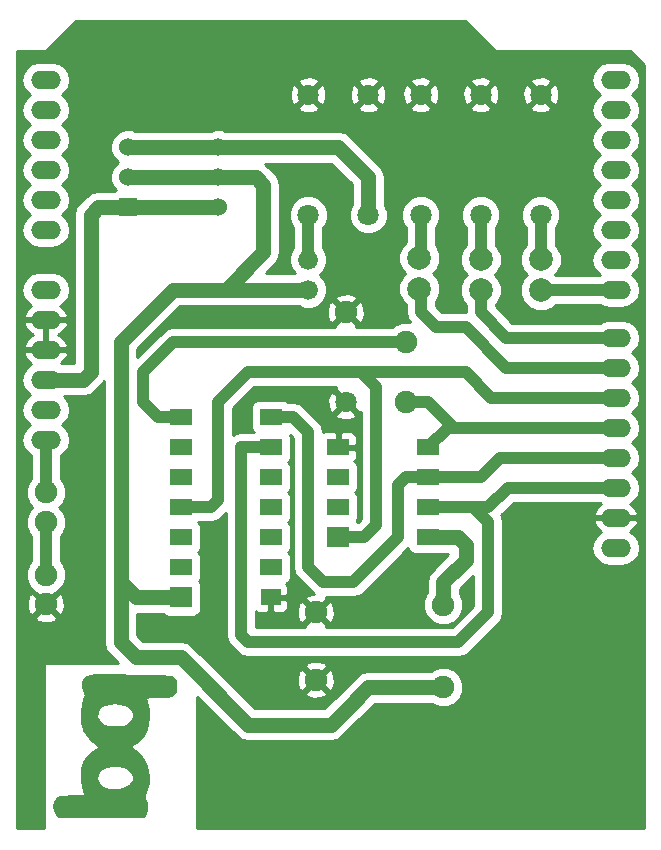
<source format=gtl>
G04 (created by PCBNEW (2013-jul-07)-stable) date Thu 19 Feb 2015 10:19:30 CET*
%MOIN*%
G04 Gerber Fmt 3.4, Leading zero omitted, Abs format*
%FSLAX34Y34*%
G01*
G70*
G90*
G04 APERTURE LIST*
%ADD10C,0.00590551*%
%ADD11C,0.0001*%
%ADD12C,0.066*%
%ADD13C,0.0748031*%
%ADD14R,0.0748031X0.0708661*%
%ADD15R,0.0748031X0.0551181*%
%ADD16R,0.0669291X0.0551181*%
%ADD17C,0.0708661*%
%ADD18R,0.06X0.06*%
%ADD19C,0.06*%
%ADD20C,0.0787402*%
%ADD21O,0.1X0.06*%
%ADD22C,0.04*%
%ADD23C,0.05*%
%ADD24C,0.01*%
G04 APERTURE END LIST*
G54D10*
G54D11*
G36*
X63286Y-44067D02*
X63518Y-44069D01*
X63805Y-44073D01*
X64099Y-44077D01*
X64456Y-44082D01*
X64752Y-44087D01*
X64993Y-44093D01*
X65184Y-44102D01*
X65332Y-44114D01*
X65442Y-44131D01*
X65519Y-44154D01*
X65570Y-44185D01*
X65601Y-44226D01*
X65616Y-44276D01*
X65622Y-44339D01*
X65624Y-44415D01*
X65625Y-44437D01*
X65624Y-44558D01*
X65613Y-44658D01*
X65598Y-44709D01*
X65541Y-44775D01*
X65456Y-44821D01*
X65331Y-44850D01*
X65158Y-44864D01*
X65002Y-44867D01*
X64854Y-44869D01*
X64735Y-44875D01*
X64657Y-44883D01*
X64634Y-44892D01*
X64643Y-44936D01*
X64666Y-45021D01*
X64679Y-45066D01*
X63557Y-45066D01*
X63382Y-45082D01*
X63224Y-45129D01*
X63097Y-45208D01*
X63066Y-45241D01*
X63009Y-45356D01*
X63006Y-45484D01*
X63053Y-45607D01*
X63143Y-45709D01*
X63223Y-45755D01*
X63342Y-45785D01*
X63498Y-45799D01*
X63665Y-45796D01*
X63817Y-45777D01*
X63921Y-45746D01*
X64034Y-45672D01*
X64121Y-45579D01*
X64164Y-45485D01*
X64167Y-45461D01*
X64152Y-45387D01*
X64116Y-45298D01*
X64115Y-45296D01*
X64028Y-45196D01*
X63896Y-45123D01*
X63734Y-45080D01*
X63557Y-45066D01*
X64679Y-45066D01*
X64684Y-45080D01*
X64725Y-45292D01*
X64732Y-45528D01*
X64707Y-45758D01*
X64663Y-45920D01*
X64567Y-46110D01*
X64436Y-46278D01*
X64286Y-46403D01*
X64239Y-46431D01*
X64123Y-46490D01*
X64272Y-46592D01*
X64436Y-46738D01*
X64569Y-46932D01*
X64653Y-47117D01*
X64660Y-47147D01*
X63472Y-47147D01*
X63303Y-47181D01*
X63165Y-47247D01*
X63065Y-47337D01*
X63009Y-47446D01*
X63003Y-47566D01*
X63056Y-47691D01*
X63086Y-47730D01*
X63207Y-47826D01*
X63365Y-47884D01*
X63544Y-47904D01*
X63727Y-47888D01*
X63896Y-47835D01*
X64034Y-47745D01*
X64064Y-47715D01*
X64144Y-47597D01*
X64161Y-47489D01*
X64117Y-47381D01*
X64097Y-47354D01*
X63995Y-47256D01*
X63862Y-47191D01*
X63681Y-47153D01*
X63665Y-47151D01*
X63472Y-47147D01*
X64660Y-47147D01*
X64699Y-47296D01*
X64717Y-47505D01*
X64709Y-47720D01*
X64674Y-47914D01*
X64640Y-48012D01*
X64599Y-48110D01*
X64587Y-48171D01*
X64600Y-48218D01*
X64617Y-48244D01*
X64656Y-48344D01*
X64669Y-48477D01*
X64658Y-48617D01*
X64623Y-48736D01*
X64598Y-48779D01*
X64529Y-48867D01*
X63101Y-48867D01*
X61673Y-48867D01*
X61586Y-48764D01*
X61519Y-48639D01*
X61495Y-48489D01*
X61513Y-48341D01*
X61575Y-48216D01*
X61581Y-48210D01*
X61616Y-48172D01*
X61652Y-48146D01*
X61702Y-48129D01*
X61778Y-48118D01*
X61894Y-48112D01*
X62062Y-48107D01*
X62095Y-48106D01*
X62529Y-48095D01*
X62476Y-47956D01*
X62443Y-47824D01*
X62424Y-47638D01*
X62420Y-47500D01*
X62421Y-47340D01*
X62430Y-47225D01*
X62450Y-47132D01*
X62486Y-47040D01*
X62504Y-47000D01*
X62623Y-46804D01*
X62770Y-46643D01*
X62914Y-46543D01*
X62980Y-46506D01*
X62991Y-46482D01*
X62954Y-46456D01*
X62950Y-46454D01*
X62828Y-46364D01*
X62701Y-46236D01*
X62586Y-46090D01*
X62501Y-45948D01*
X62480Y-45897D01*
X62438Y-45719D01*
X62418Y-45511D01*
X62419Y-45297D01*
X62442Y-45098D01*
X62487Y-44937D01*
X62493Y-44922D01*
X62534Y-44824D01*
X62547Y-44763D01*
X62533Y-44716D01*
X62516Y-44689D01*
X62485Y-44605D01*
X62469Y-44485D01*
X62471Y-44359D01*
X62491Y-44255D01*
X62501Y-44232D01*
X62554Y-44173D01*
X62635Y-44116D01*
X62643Y-44112D01*
X62675Y-44098D01*
X62716Y-44087D01*
X62773Y-44078D01*
X62852Y-44072D01*
X62959Y-44068D01*
X63102Y-44067D01*
X63286Y-44067D01*
X63286Y-44067D01*
X63286Y-44067D01*
G37*
G54D12*
X70000Y-31250D03*
X70000Y-30250D03*
G54D13*
X73250Y-35000D03*
X74500Y-41750D03*
X74500Y-44500D03*
X70250Y-44250D03*
G54D14*
X65750Y-41500D03*
G54D15*
X65750Y-40500D03*
X65750Y-39500D03*
X65750Y-38500D03*
X65750Y-37500D03*
X65750Y-36500D03*
X65750Y-35500D03*
X68750Y-35500D03*
X68750Y-36500D03*
X68750Y-37500D03*
X68750Y-38500D03*
X68750Y-39500D03*
X68750Y-40500D03*
G54D16*
X68750Y-41500D03*
G54D17*
X71250Y-35000D03*
G54D13*
X71250Y-32000D03*
X61250Y-40750D03*
X61250Y-41734D03*
X61250Y-39000D03*
X61250Y-38000D03*
G54D14*
X71000Y-39500D03*
G54D15*
X71000Y-38500D03*
X71000Y-37500D03*
X71000Y-36500D03*
X74000Y-36500D03*
X74000Y-37500D03*
X74000Y-38500D03*
X74000Y-39500D03*
G54D17*
X77750Y-24750D03*
X77750Y-28750D03*
X75750Y-24750D03*
X75750Y-28750D03*
X73750Y-24750D03*
X73750Y-28750D03*
G54D13*
X70250Y-42000D03*
X73250Y-33000D03*
G54D18*
X64000Y-28500D03*
G54D19*
X64000Y-27500D03*
X64000Y-26500D03*
X67000Y-26500D03*
X67000Y-27500D03*
X67000Y-28500D03*
G54D20*
X77750Y-31261D03*
X77750Y-30238D03*
X75750Y-31261D03*
X75750Y-30238D03*
X73700Y-31211D03*
X73700Y-30188D03*
G54D17*
X72000Y-28750D03*
X72000Y-24750D03*
X70000Y-24750D03*
X70000Y-28750D03*
G54D21*
X61250Y-24250D03*
X61250Y-25250D03*
X61250Y-26250D03*
X61250Y-29250D03*
X61250Y-28250D03*
X61250Y-27250D03*
X61250Y-31250D03*
X61250Y-32250D03*
X61250Y-33250D03*
X61250Y-35250D03*
X61250Y-36250D03*
X80250Y-24250D03*
X80250Y-25250D03*
X80250Y-26250D03*
X80250Y-27250D03*
X80250Y-28250D03*
X80250Y-29250D03*
X80250Y-30250D03*
X80250Y-31250D03*
X80250Y-32850D03*
X80250Y-33850D03*
X80250Y-34850D03*
X80250Y-35850D03*
X80250Y-36850D03*
X80250Y-37850D03*
X80250Y-38850D03*
X80250Y-39850D03*
X61250Y-34250D03*
G54D22*
X73750Y-31261D02*
X73750Y-32000D01*
X76600Y-33850D02*
X80250Y-33850D01*
X75250Y-32500D02*
X76600Y-33850D01*
X74250Y-32500D02*
X75250Y-32500D01*
X73750Y-32000D02*
X74250Y-32500D01*
G54D23*
X67000Y-28500D02*
X64000Y-28500D01*
X64000Y-28500D02*
X63000Y-28500D01*
X63000Y-28500D02*
X62750Y-28750D01*
X62750Y-28750D02*
X62750Y-34000D01*
X62750Y-34000D02*
X62500Y-34250D01*
X62500Y-34250D02*
X61250Y-34250D01*
G54D22*
X61250Y-36250D02*
X61250Y-38000D01*
X74000Y-38500D02*
X75500Y-38500D01*
X75500Y-38500D02*
X75750Y-38750D01*
X68750Y-36500D02*
X67750Y-36500D01*
X67750Y-36500D02*
X67750Y-42750D01*
X67750Y-42750D02*
X68000Y-43000D01*
X68000Y-43000D02*
X75000Y-43000D01*
X75000Y-43000D02*
X76000Y-42000D01*
X76000Y-42000D02*
X76000Y-39000D01*
X76000Y-39000D02*
X75750Y-38750D01*
X75750Y-38750D02*
X75750Y-38750D01*
X80250Y-37850D02*
X76650Y-37850D01*
X76000Y-38500D02*
X74000Y-38500D01*
X76650Y-37850D02*
X76000Y-38500D01*
X61250Y-39000D02*
X61250Y-40750D01*
X77750Y-30238D02*
X77750Y-28750D01*
X75750Y-30238D02*
X75750Y-28750D01*
X73750Y-30238D02*
X73750Y-28750D01*
X71000Y-39500D02*
X71849Y-39500D01*
X72250Y-34500D02*
X71750Y-34000D01*
X72250Y-39099D02*
X72250Y-34500D01*
X71849Y-39500D02*
X72250Y-39099D01*
X80250Y-34850D02*
X76100Y-34850D01*
X75250Y-34000D02*
X72500Y-34000D01*
X76100Y-34850D02*
X75250Y-34000D01*
X65750Y-38500D02*
X66750Y-38500D01*
X68000Y-34000D02*
X71750Y-34000D01*
X71750Y-34000D02*
X72500Y-34000D01*
X67000Y-35000D02*
X68000Y-34000D01*
X67000Y-38250D02*
X67000Y-35000D01*
X66750Y-38500D02*
X67000Y-38250D01*
X80250Y-32850D02*
X76600Y-32850D01*
X75750Y-32000D02*
X75750Y-31261D01*
X76600Y-32850D02*
X75750Y-32000D01*
X80250Y-31250D02*
X77761Y-31250D01*
X77761Y-31250D02*
X77750Y-31261D01*
X68750Y-35500D02*
X69500Y-35500D01*
X73250Y-37500D02*
X74000Y-37500D01*
X73000Y-37750D02*
X73250Y-37500D01*
X73000Y-39500D02*
X73000Y-37750D01*
X71500Y-41000D02*
X73000Y-39500D01*
X70500Y-41000D02*
X71500Y-41000D01*
X70000Y-40500D02*
X70500Y-41000D01*
X70000Y-36000D02*
X70000Y-40500D01*
X69500Y-35500D02*
X70000Y-36000D01*
X80250Y-36850D02*
X76400Y-36850D01*
X75750Y-37500D02*
X74000Y-37500D01*
X76400Y-36850D02*
X75750Y-37500D01*
X73250Y-33000D02*
X65500Y-33000D01*
X65000Y-35500D02*
X65750Y-35500D01*
X64500Y-35000D02*
X65000Y-35500D01*
X64500Y-34000D02*
X64500Y-35000D01*
X65500Y-33000D02*
X64500Y-34000D01*
X73250Y-35000D02*
X74000Y-35000D01*
X74000Y-35000D02*
X74850Y-35850D01*
X80250Y-35850D02*
X74850Y-35850D01*
X74850Y-35850D02*
X74650Y-35850D01*
X74650Y-35850D02*
X74000Y-36500D01*
G54D23*
X67000Y-26500D02*
X71000Y-26500D01*
X72000Y-27500D02*
X72000Y-28750D01*
X71000Y-26500D02*
X72000Y-27500D01*
X64000Y-26500D02*
X67000Y-26500D01*
G54D22*
X70000Y-30250D02*
X70000Y-28750D01*
G54D23*
X67000Y-27500D02*
X64000Y-27500D01*
X67000Y-27500D02*
X68250Y-27500D01*
X68500Y-30000D02*
X67250Y-31250D01*
X68500Y-27750D02*
X68500Y-30000D01*
X68250Y-27500D02*
X68500Y-27750D01*
X74500Y-44500D02*
X72000Y-44500D01*
X63750Y-43000D02*
X63750Y-41000D01*
X64250Y-43500D02*
X63750Y-43000D01*
X65750Y-43500D02*
X64250Y-43500D01*
X68000Y-45750D02*
X65750Y-43500D01*
X70750Y-45750D02*
X68000Y-45750D01*
X71250Y-45250D02*
X70750Y-45750D01*
X72000Y-44500D02*
X71250Y-45250D01*
X67250Y-31250D02*
X65500Y-31250D01*
X64250Y-41500D02*
X65750Y-41500D01*
X63750Y-41000D02*
X64250Y-41500D01*
X63750Y-33000D02*
X63750Y-41000D01*
X65500Y-31250D02*
X63750Y-33000D01*
X70000Y-31250D02*
X67250Y-31250D01*
X74000Y-39500D02*
X74500Y-39500D01*
X74500Y-41000D02*
X74500Y-41750D01*
X75250Y-40250D02*
X74500Y-41000D01*
X75250Y-39750D02*
X75250Y-40250D01*
X75000Y-39500D02*
X75250Y-39750D01*
X74500Y-39500D02*
X75000Y-39500D01*
G54D10*
G36*
X71750Y-38892D02*
X71642Y-39000D01*
X71638Y-39000D01*
X71628Y-38975D01*
X71613Y-38960D01*
X71628Y-38945D01*
X71673Y-38835D01*
X71674Y-38716D01*
X71674Y-38164D01*
X71628Y-38054D01*
X71573Y-37999D01*
X71628Y-37945D01*
X71673Y-37835D01*
X71674Y-37716D01*
X71674Y-37164D01*
X71628Y-37054D01*
X71544Y-36970D01*
X71536Y-36966D01*
X71586Y-36917D01*
X71624Y-36825D01*
X71624Y-36174D01*
X71604Y-36127D01*
X71604Y-35425D01*
X71250Y-35070D01*
X71179Y-35141D01*
X71179Y-35000D01*
X70824Y-34645D01*
X70723Y-34679D01*
X70641Y-34905D01*
X70651Y-35145D01*
X70723Y-35320D01*
X70824Y-35354D01*
X71179Y-35000D01*
X71179Y-35141D01*
X70895Y-35425D01*
X70929Y-35526D01*
X71155Y-35608D01*
X71395Y-35598D01*
X71570Y-35526D01*
X71604Y-35425D01*
X71604Y-36127D01*
X71586Y-36082D01*
X71515Y-36012D01*
X71423Y-35974D01*
X71324Y-35974D01*
X71112Y-35974D01*
X71050Y-36036D01*
X71050Y-36450D01*
X71561Y-36450D01*
X71624Y-36387D01*
X71624Y-36174D01*
X71624Y-36825D01*
X71624Y-36612D01*
X71561Y-36550D01*
X71050Y-36550D01*
X71050Y-36557D01*
X70950Y-36557D01*
X70950Y-36550D01*
X70942Y-36550D01*
X70942Y-36450D01*
X70950Y-36450D01*
X70950Y-36036D01*
X70887Y-35974D01*
X70675Y-35974D01*
X70576Y-35974D01*
X70500Y-36006D01*
X70500Y-36000D01*
X70461Y-35808D01*
X70353Y-35646D01*
X70353Y-35646D01*
X69853Y-35146D01*
X69691Y-35038D01*
X69500Y-34999D01*
X69499Y-35000D01*
X69323Y-35000D01*
X69294Y-34970D01*
X69183Y-34924D01*
X69064Y-34924D01*
X68316Y-34924D01*
X68206Y-34969D01*
X68121Y-35054D01*
X68076Y-35164D01*
X68075Y-35283D01*
X68075Y-35835D01*
X68121Y-35945D01*
X68176Y-36000D01*
X67750Y-36000D01*
X67558Y-36038D01*
X67500Y-36077D01*
X67500Y-35207D01*
X68207Y-34500D01*
X70920Y-34500D01*
X70895Y-34574D01*
X71250Y-34929D01*
X71255Y-34923D01*
X71326Y-34994D01*
X71320Y-35000D01*
X71675Y-35354D01*
X71750Y-35329D01*
X71750Y-38892D01*
X71750Y-38892D01*
G37*
G54D24*
X71750Y-38892D02*
X71642Y-39000D01*
X71638Y-39000D01*
X71628Y-38975D01*
X71613Y-38960D01*
X71628Y-38945D01*
X71673Y-38835D01*
X71674Y-38716D01*
X71674Y-38164D01*
X71628Y-38054D01*
X71573Y-37999D01*
X71628Y-37945D01*
X71673Y-37835D01*
X71674Y-37716D01*
X71674Y-37164D01*
X71628Y-37054D01*
X71544Y-36970D01*
X71536Y-36966D01*
X71586Y-36917D01*
X71624Y-36825D01*
X71624Y-36174D01*
X71604Y-36127D01*
X71604Y-35425D01*
X71250Y-35070D01*
X71179Y-35141D01*
X71179Y-35000D01*
X70824Y-34645D01*
X70723Y-34679D01*
X70641Y-34905D01*
X70651Y-35145D01*
X70723Y-35320D01*
X70824Y-35354D01*
X71179Y-35000D01*
X71179Y-35141D01*
X70895Y-35425D01*
X70929Y-35526D01*
X71155Y-35608D01*
X71395Y-35598D01*
X71570Y-35526D01*
X71604Y-35425D01*
X71604Y-36127D01*
X71586Y-36082D01*
X71515Y-36012D01*
X71423Y-35974D01*
X71324Y-35974D01*
X71112Y-35974D01*
X71050Y-36036D01*
X71050Y-36450D01*
X71561Y-36450D01*
X71624Y-36387D01*
X71624Y-36174D01*
X71624Y-36825D01*
X71624Y-36612D01*
X71561Y-36550D01*
X71050Y-36550D01*
X71050Y-36557D01*
X70950Y-36557D01*
X70950Y-36550D01*
X70942Y-36550D01*
X70942Y-36450D01*
X70950Y-36450D01*
X70950Y-36036D01*
X70887Y-35974D01*
X70675Y-35974D01*
X70576Y-35974D01*
X70500Y-36006D01*
X70500Y-36000D01*
X70461Y-35808D01*
X70353Y-35646D01*
X70353Y-35646D01*
X69853Y-35146D01*
X69691Y-35038D01*
X69500Y-34999D01*
X69499Y-35000D01*
X69323Y-35000D01*
X69294Y-34970D01*
X69183Y-34924D01*
X69064Y-34924D01*
X68316Y-34924D01*
X68206Y-34969D01*
X68121Y-35054D01*
X68076Y-35164D01*
X68075Y-35283D01*
X68075Y-35835D01*
X68121Y-35945D01*
X68176Y-36000D01*
X67750Y-36000D01*
X67558Y-36038D01*
X67500Y-36077D01*
X67500Y-35207D01*
X68207Y-34500D01*
X70920Y-34500D01*
X70895Y-34574D01*
X71250Y-34929D01*
X71255Y-34923D01*
X71326Y-34994D01*
X71320Y-35000D01*
X71675Y-35354D01*
X71750Y-35329D01*
X71750Y-38892D01*
G54D10*
G36*
X75500Y-41792D02*
X74792Y-42500D01*
X70878Y-42500D01*
X70878Y-42099D01*
X70868Y-41851D01*
X70792Y-41667D01*
X70689Y-41631D01*
X70320Y-42000D01*
X70689Y-42368D01*
X70792Y-42332D01*
X70878Y-42099D01*
X70878Y-42500D01*
X70597Y-42500D01*
X70618Y-42439D01*
X70250Y-42070D01*
X70179Y-42141D01*
X70179Y-42000D01*
X69810Y-41631D01*
X69707Y-41667D01*
X69621Y-41900D01*
X69631Y-42148D01*
X69707Y-42332D01*
X69810Y-42368D01*
X70179Y-42000D01*
X70179Y-42141D01*
X69881Y-42439D01*
X69902Y-42500D01*
X69334Y-42500D01*
X69334Y-41825D01*
X69334Y-41612D01*
X69272Y-41550D01*
X68800Y-41550D01*
X68800Y-41963D01*
X68862Y-42025D01*
X69035Y-42025D01*
X69134Y-42025D01*
X69226Y-41987D01*
X69296Y-41917D01*
X69334Y-41825D01*
X69334Y-42500D01*
X68250Y-42500D01*
X68250Y-41963D01*
X68273Y-41987D01*
X68365Y-42025D01*
X68464Y-42025D01*
X68637Y-42025D01*
X68700Y-41963D01*
X68700Y-41550D01*
X68692Y-41550D01*
X68692Y-41450D01*
X68700Y-41450D01*
X68700Y-41442D01*
X68800Y-41442D01*
X68800Y-41450D01*
X69272Y-41450D01*
X69334Y-41387D01*
X69334Y-41174D01*
X69296Y-41082D01*
X69258Y-41044D01*
X69293Y-41030D01*
X69378Y-40945D01*
X69423Y-40835D01*
X69424Y-40716D01*
X69424Y-40164D01*
X69378Y-40054D01*
X69323Y-39999D01*
X69378Y-39945D01*
X69423Y-39835D01*
X69424Y-39716D01*
X69424Y-39164D01*
X69378Y-39054D01*
X69323Y-38999D01*
X69378Y-38945D01*
X69423Y-38835D01*
X69424Y-38716D01*
X69424Y-38164D01*
X69378Y-38054D01*
X69323Y-37999D01*
X69378Y-37945D01*
X69423Y-37835D01*
X69424Y-37716D01*
X69424Y-37164D01*
X69378Y-37054D01*
X69323Y-36999D01*
X69378Y-36945D01*
X69423Y-36835D01*
X69424Y-36716D01*
X69424Y-36164D01*
X69400Y-36107D01*
X69500Y-36207D01*
X69500Y-40499D01*
X69499Y-40500D01*
X69538Y-40691D01*
X69646Y-40853D01*
X70146Y-41353D01*
X70146Y-41353D01*
X70183Y-41378D01*
X70101Y-41381D01*
X69917Y-41457D01*
X69881Y-41560D01*
X70250Y-41929D01*
X70618Y-41560D01*
X70597Y-41500D01*
X71499Y-41500D01*
X71500Y-41500D01*
X71500Y-41500D01*
X71691Y-41461D01*
X71853Y-41353D01*
X73339Y-39867D01*
X73371Y-39945D01*
X73455Y-40029D01*
X73566Y-40075D01*
X73685Y-40075D01*
X74433Y-40075D01*
X74495Y-40050D01*
X74500Y-40050D01*
X74672Y-40050D01*
X74111Y-40611D01*
X73991Y-40789D01*
X73950Y-41000D01*
X73950Y-41346D01*
X73928Y-41367D01*
X73826Y-41615D01*
X73825Y-41883D01*
X73928Y-42131D01*
X74117Y-42321D01*
X74365Y-42423D01*
X74633Y-42424D01*
X74881Y-42321D01*
X75071Y-42132D01*
X75173Y-41884D01*
X75174Y-41616D01*
X75071Y-41368D01*
X75050Y-41346D01*
X75050Y-41227D01*
X75500Y-40777D01*
X75500Y-41792D01*
X75500Y-41792D01*
G37*
G54D24*
X75500Y-41792D02*
X74792Y-42500D01*
X70878Y-42500D01*
X70878Y-42099D01*
X70868Y-41851D01*
X70792Y-41667D01*
X70689Y-41631D01*
X70320Y-42000D01*
X70689Y-42368D01*
X70792Y-42332D01*
X70878Y-42099D01*
X70878Y-42500D01*
X70597Y-42500D01*
X70618Y-42439D01*
X70250Y-42070D01*
X70179Y-42141D01*
X70179Y-42000D01*
X69810Y-41631D01*
X69707Y-41667D01*
X69621Y-41900D01*
X69631Y-42148D01*
X69707Y-42332D01*
X69810Y-42368D01*
X70179Y-42000D01*
X70179Y-42141D01*
X69881Y-42439D01*
X69902Y-42500D01*
X69334Y-42500D01*
X69334Y-41825D01*
X69334Y-41612D01*
X69272Y-41550D01*
X68800Y-41550D01*
X68800Y-41963D01*
X68862Y-42025D01*
X69035Y-42025D01*
X69134Y-42025D01*
X69226Y-41987D01*
X69296Y-41917D01*
X69334Y-41825D01*
X69334Y-42500D01*
X68250Y-42500D01*
X68250Y-41963D01*
X68273Y-41987D01*
X68365Y-42025D01*
X68464Y-42025D01*
X68637Y-42025D01*
X68700Y-41963D01*
X68700Y-41550D01*
X68692Y-41550D01*
X68692Y-41450D01*
X68700Y-41450D01*
X68700Y-41442D01*
X68800Y-41442D01*
X68800Y-41450D01*
X69272Y-41450D01*
X69334Y-41387D01*
X69334Y-41174D01*
X69296Y-41082D01*
X69258Y-41044D01*
X69293Y-41030D01*
X69378Y-40945D01*
X69423Y-40835D01*
X69424Y-40716D01*
X69424Y-40164D01*
X69378Y-40054D01*
X69323Y-39999D01*
X69378Y-39945D01*
X69423Y-39835D01*
X69424Y-39716D01*
X69424Y-39164D01*
X69378Y-39054D01*
X69323Y-38999D01*
X69378Y-38945D01*
X69423Y-38835D01*
X69424Y-38716D01*
X69424Y-38164D01*
X69378Y-38054D01*
X69323Y-37999D01*
X69378Y-37945D01*
X69423Y-37835D01*
X69424Y-37716D01*
X69424Y-37164D01*
X69378Y-37054D01*
X69323Y-36999D01*
X69378Y-36945D01*
X69423Y-36835D01*
X69424Y-36716D01*
X69424Y-36164D01*
X69400Y-36107D01*
X69500Y-36207D01*
X69500Y-40499D01*
X69499Y-40500D01*
X69538Y-40691D01*
X69646Y-40853D01*
X70146Y-41353D01*
X70146Y-41353D01*
X70183Y-41378D01*
X70101Y-41381D01*
X69917Y-41457D01*
X69881Y-41560D01*
X70250Y-41929D01*
X70618Y-41560D01*
X70597Y-41500D01*
X71499Y-41500D01*
X71500Y-41500D01*
X71500Y-41500D01*
X71691Y-41461D01*
X71853Y-41353D01*
X73339Y-39867D01*
X73371Y-39945D01*
X73455Y-40029D01*
X73566Y-40075D01*
X73685Y-40075D01*
X74433Y-40075D01*
X74495Y-40050D01*
X74500Y-40050D01*
X74672Y-40050D01*
X74111Y-40611D01*
X73991Y-40789D01*
X73950Y-41000D01*
X73950Y-41346D01*
X73928Y-41367D01*
X73826Y-41615D01*
X73825Y-41883D01*
X73928Y-42131D01*
X74117Y-42321D01*
X74365Y-42423D01*
X74633Y-42424D01*
X74881Y-42321D01*
X75071Y-42132D01*
X75173Y-41884D01*
X75174Y-41616D01*
X75071Y-41368D01*
X75050Y-41346D01*
X75050Y-41227D01*
X75500Y-40777D01*
X75500Y-41792D01*
G54D10*
G36*
X81200Y-49200D02*
X81065Y-49200D01*
X81065Y-39850D01*
X81020Y-39620D01*
X80889Y-39425D01*
X80730Y-39319D01*
X80874Y-39203D01*
X80977Y-39014D01*
X80983Y-38985D01*
X80934Y-38900D01*
X80300Y-38900D01*
X80300Y-38907D01*
X80200Y-38907D01*
X80200Y-38900D01*
X79565Y-38900D01*
X79516Y-38985D01*
X79522Y-39014D01*
X79625Y-39203D01*
X79769Y-39319D01*
X79610Y-39425D01*
X79479Y-39620D01*
X79434Y-39850D01*
X79479Y-40079D01*
X79610Y-40274D01*
X79804Y-40404D01*
X80034Y-40450D01*
X80465Y-40450D01*
X80695Y-40404D01*
X80889Y-40274D01*
X81020Y-40079D01*
X81065Y-39850D01*
X81065Y-49200D01*
X66300Y-49200D01*
X66300Y-44827D01*
X67611Y-46138D01*
X67611Y-46138D01*
X67789Y-46258D01*
X68000Y-46300D01*
X70750Y-46300D01*
X70960Y-46258D01*
X71138Y-46138D01*
X71638Y-45638D01*
X72227Y-45050D01*
X74096Y-45050D01*
X74117Y-45071D01*
X74365Y-45173D01*
X74633Y-45174D01*
X74881Y-45071D01*
X75071Y-44882D01*
X75173Y-44634D01*
X75174Y-44366D01*
X75071Y-44118D01*
X74882Y-43928D01*
X74634Y-43826D01*
X74366Y-43825D01*
X74118Y-43928D01*
X74096Y-43950D01*
X72000Y-43950D01*
X71789Y-43991D01*
X71682Y-44063D01*
X71611Y-44111D01*
X70878Y-44843D01*
X70878Y-44349D01*
X70868Y-44101D01*
X70792Y-43917D01*
X70689Y-43881D01*
X70618Y-43951D01*
X70618Y-43810D01*
X70582Y-43707D01*
X70349Y-43621D01*
X70101Y-43631D01*
X69917Y-43707D01*
X69881Y-43810D01*
X70250Y-44179D01*
X70618Y-43810D01*
X70618Y-43951D01*
X70320Y-44250D01*
X70689Y-44618D01*
X70792Y-44582D01*
X70878Y-44349D01*
X70878Y-44843D01*
X70861Y-44861D01*
X70618Y-45103D01*
X70618Y-44689D01*
X70250Y-44320D01*
X70179Y-44391D01*
X70179Y-44250D01*
X69810Y-43881D01*
X69707Y-43917D01*
X69621Y-44150D01*
X69631Y-44398D01*
X69707Y-44582D01*
X69810Y-44618D01*
X70179Y-44250D01*
X70179Y-44391D01*
X69881Y-44689D01*
X69917Y-44792D01*
X70150Y-44878D01*
X70398Y-44868D01*
X70582Y-44792D01*
X70618Y-44689D01*
X70618Y-45103D01*
X70522Y-45200D01*
X68227Y-45200D01*
X66138Y-43111D01*
X65960Y-42991D01*
X65750Y-42950D01*
X64477Y-42950D01*
X64300Y-42772D01*
X64300Y-42050D01*
X65147Y-42050D01*
X65205Y-42108D01*
X65316Y-42154D01*
X65435Y-42154D01*
X66183Y-42154D01*
X66293Y-42108D01*
X66378Y-42024D01*
X66423Y-41914D01*
X66424Y-41794D01*
X66424Y-41086D01*
X66378Y-40975D01*
X66363Y-40960D01*
X66378Y-40945D01*
X66423Y-40835D01*
X66424Y-40716D01*
X66424Y-40164D01*
X66378Y-40054D01*
X66323Y-39999D01*
X66378Y-39945D01*
X66423Y-39835D01*
X66424Y-39716D01*
X66424Y-39164D01*
X66378Y-39054D01*
X66323Y-39000D01*
X66749Y-39000D01*
X66750Y-39000D01*
X66750Y-39000D01*
X66941Y-38961D01*
X67103Y-38853D01*
X67250Y-38707D01*
X67250Y-42749D01*
X67249Y-42750D01*
X67288Y-42941D01*
X67396Y-43103D01*
X67646Y-43353D01*
X67646Y-43353D01*
X67808Y-43461D01*
X68000Y-43500D01*
X74999Y-43500D01*
X75000Y-43500D01*
X75000Y-43500D01*
X75191Y-43461D01*
X75353Y-43353D01*
X76353Y-42353D01*
X76353Y-42353D01*
X76353Y-42353D01*
X76461Y-42191D01*
X76500Y-42000D01*
X76500Y-39000D01*
X76461Y-38808D01*
X76436Y-38770D01*
X76857Y-38350D01*
X79723Y-38350D01*
X79769Y-38380D01*
X79625Y-38496D01*
X79522Y-38685D01*
X79516Y-38714D01*
X79565Y-38800D01*
X80200Y-38800D01*
X80200Y-38792D01*
X80300Y-38792D01*
X80300Y-38800D01*
X80934Y-38800D01*
X80983Y-38714D01*
X80977Y-38685D01*
X80874Y-38496D01*
X80730Y-38380D01*
X80889Y-38274D01*
X81020Y-38079D01*
X81065Y-37850D01*
X81020Y-37620D01*
X80889Y-37425D01*
X80776Y-37350D01*
X80889Y-37274D01*
X81020Y-37079D01*
X81065Y-36850D01*
X81020Y-36620D01*
X80889Y-36425D01*
X80776Y-36350D01*
X80889Y-36274D01*
X81020Y-36079D01*
X81065Y-35850D01*
X81020Y-35620D01*
X80889Y-35425D01*
X80776Y-35350D01*
X80889Y-35274D01*
X81020Y-35079D01*
X81065Y-34850D01*
X81020Y-34620D01*
X80889Y-34425D01*
X80776Y-34350D01*
X80889Y-34274D01*
X81020Y-34079D01*
X81065Y-33850D01*
X81020Y-33620D01*
X80889Y-33425D01*
X80776Y-33350D01*
X80889Y-33274D01*
X81020Y-33079D01*
X81065Y-32850D01*
X81065Y-31250D01*
X81020Y-31020D01*
X80889Y-30825D01*
X80776Y-30750D01*
X80889Y-30674D01*
X81020Y-30479D01*
X81065Y-30250D01*
X81020Y-30020D01*
X80889Y-29825D01*
X80776Y-29750D01*
X80889Y-29674D01*
X81020Y-29479D01*
X81065Y-29250D01*
X81020Y-29020D01*
X80889Y-28825D01*
X80776Y-28750D01*
X80889Y-28674D01*
X81020Y-28479D01*
X81065Y-28250D01*
X81020Y-28020D01*
X80889Y-27825D01*
X80776Y-27750D01*
X80889Y-27674D01*
X81020Y-27479D01*
X81065Y-27250D01*
X81020Y-27020D01*
X80889Y-26825D01*
X80776Y-26750D01*
X80889Y-26674D01*
X81020Y-26479D01*
X81065Y-26250D01*
X81020Y-26020D01*
X80889Y-25825D01*
X80776Y-25750D01*
X80889Y-25674D01*
X81020Y-25479D01*
X81065Y-25250D01*
X81020Y-25020D01*
X80889Y-24825D01*
X80776Y-24750D01*
X80889Y-24674D01*
X81020Y-24479D01*
X81065Y-24250D01*
X81020Y-24020D01*
X80889Y-23825D01*
X80695Y-23695D01*
X80465Y-23650D01*
X80034Y-23650D01*
X79804Y-23695D01*
X79610Y-23825D01*
X79479Y-24020D01*
X79434Y-24250D01*
X79479Y-24479D01*
X79610Y-24674D01*
X79723Y-24750D01*
X79610Y-24825D01*
X79479Y-25020D01*
X79434Y-25250D01*
X79479Y-25479D01*
X79610Y-25674D01*
X79723Y-25750D01*
X79610Y-25825D01*
X79479Y-26020D01*
X79434Y-26250D01*
X79479Y-26479D01*
X79610Y-26674D01*
X79723Y-26750D01*
X79610Y-26825D01*
X79479Y-27020D01*
X79434Y-27250D01*
X79479Y-27479D01*
X79610Y-27674D01*
X79723Y-27750D01*
X79610Y-27825D01*
X79479Y-28020D01*
X79434Y-28250D01*
X79479Y-28479D01*
X79610Y-28674D01*
X79723Y-28750D01*
X79610Y-28825D01*
X79479Y-29020D01*
X79434Y-29250D01*
X79479Y-29479D01*
X79610Y-29674D01*
X79723Y-29750D01*
X79610Y-29825D01*
X79479Y-30020D01*
X79434Y-30250D01*
X79479Y-30479D01*
X79610Y-30674D01*
X79723Y-30750D01*
X78219Y-30750D01*
X78219Y-30749D01*
X78337Y-30631D01*
X78443Y-30376D01*
X78443Y-30100D01*
X78338Y-29845D01*
X78250Y-29757D01*
X78250Y-29175D01*
X78304Y-29121D01*
X78404Y-28880D01*
X78404Y-28620D01*
X78358Y-28510D01*
X78358Y-24844D01*
X78348Y-24604D01*
X78276Y-24429D01*
X78175Y-24395D01*
X78104Y-24466D01*
X78104Y-24324D01*
X78070Y-24223D01*
X77844Y-24141D01*
X77604Y-24151D01*
X77429Y-24223D01*
X77395Y-24324D01*
X77750Y-24679D01*
X78104Y-24324D01*
X78104Y-24466D01*
X77820Y-24750D01*
X78175Y-25104D01*
X78276Y-25070D01*
X78358Y-24844D01*
X78358Y-28510D01*
X78305Y-28379D01*
X78121Y-28195D01*
X78104Y-28188D01*
X78104Y-25175D01*
X77750Y-24820D01*
X77679Y-24891D01*
X77679Y-24750D01*
X77324Y-24395D01*
X77223Y-24429D01*
X77141Y-24655D01*
X77151Y-24895D01*
X77223Y-25070D01*
X77324Y-25104D01*
X77679Y-24750D01*
X77679Y-24891D01*
X77395Y-25175D01*
X77429Y-25276D01*
X77655Y-25358D01*
X77895Y-25348D01*
X78070Y-25276D01*
X78104Y-25175D01*
X78104Y-28188D01*
X77880Y-28095D01*
X77620Y-28095D01*
X77379Y-28194D01*
X77195Y-28378D01*
X77095Y-28619D01*
X77095Y-28879D01*
X77194Y-29120D01*
X77250Y-29175D01*
X77250Y-29757D01*
X77162Y-29844D01*
X77056Y-30099D01*
X77056Y-30375D01*
X77161Y-30630D01*
X77280Y-30750D01*
X77162Y-30868D01*
X77056Y-31123D01*
X77056Y-31399D01*
X77161Y-31654D01*
X77356Y-31849D01*
X77611Y-31955D01*
X77887Y-31955D01*
X78142Y-31850D01*
X78242Y-31750D01*
X79723Y-31750D01*
X79804Y-31804D01*
X80034Y-31850D01*
X80465Y-31850D01*
X80695Y-31804D01*
X80889Y-31674D01*
X81020Y-31479D01*
X81065Y-31250D01*
X81065Y-32850D01*
X81020Y-32620D01*
X80889Y-32425D01*
X80695Y-32295D01*
X80465Y-32250D01*
X80034Y-32250D01*
X79804Y-32295D01*
X79723Y-32350D01*
X76807Y-32350D01*
X76250Y-31792D01*
X76250Y-31742D01*
X76337Y-31655D01*
X76443Y-31400D01*
X76443Y-31124D01*
X76338Y-30869D01*
X76219Y-30749D01*
X76337Y-30631D01*
X76443Y-30376D01*
X76443Y-30100D01*
X76338Y-29845D01*
X76250Y-29757D01*
X76250Y-29175D01*
X76304Y-29121D01*
X76404Y-28880D01*
X76404Y-28620D01*
X76358Y-28510D01*
X76358Y-24844D01*
X76348Y-24604D01*
X76276Y-24429D01*
X76175Y-24395D01*
X76104Y-24466D01*
X76104Y-24324D01*
X76070Y-24223D01*
X75844Y-24141D01*
X75604Y-24151D01*
X75429Y-24223D01*
X75395Y-24324D01*
X75750Y-24679D01*
X76104Y-24324D01*
X76104Y-24466D01*
X75820Y-24750D01*
X76175Y-25104D01*
X76276Y-25070D01*
X76358Y-24844D01*
X76358Y-28510D01*
X76305Y-28379D01*
X76121Y-28195D01*
X76104Y-28188D01*
X76104Y-25175D01*
X75750Y-24820D01*
X75679Y-24891D01*
X75679Y-24750D01*
X75324Y-24395D01*
X75223Y-24429D01*
X75141Y-24655D01*
X75151Y-24895D01*
X75223Y-25070D01*
X75324Y-25104D01*
X75679Y-24750D01*
X75679Y-24891D01*
X75395Y-25175D01*
X75429Y-25276D01*
X75655Y-25358D01*
X75895Y-25348D01*
X76070Y-25276D01*
X76104Y-25175D01*
X76104Y-28188D01*
X75880Y-28095D01*
X75620Y-28095D01*
X75379Y-28194D01*
X75195Y-28378D01*
X75095Y-28619D01*
X75095Y-28879D01*
X75194Y-29120D01*
X75250Y-29175D01*
X75250Y-29757D01*
X75162Y-29844D01*
X75056Y-30099D01*
X75056Y-30375D01*
X75161Y-30630D01*
X75280Y-30750D01*
X75162Y-30868D01*
X75056Y-31123D01*
X75056Y-31399D01*
X75161Y-31654D01*
X75250Y-31742D01*
X75250Y-31999D01*
X75249Y-31999D01*
X75249Y-32000D01*
X74457Y-32000D01*
X74250Y-31792D01*
X74250Y-31642D01*
X74287Y-31605D01*
X74393Y-31350D01*
X74393Y-31074D01*
X74288Y-30819D01*
X74169Y-30699D01*
X74287Y-30581D01*
X74393Y-30326D01*
X74393Y-30050D01*
X74288Y-29795D01*
X74250Y-29757D01*
X74250Y-29175D01*
X74304Y-29121D01*
X74404Y-28880D01*
X74404Y-28620D01*
X74358Y-28510D01*
X74358Y-24844D01*
X74348Y-24604D01*
X74276Y-24429D01*
X74175Y-24395D01*
X74104Y-24466D01*
X74104Y-24324D01*
X74070Y-24223D01*
X73844Y-24141D01*
X73604Y-24151D01*
X73429Y-24223D01*
X73395Y-24324D01*
X73750Y-24679D01*
X74104Y-24324D01*
X74104Y-24466D01*
X73820Y-24750D01*
X74175Y-25104D01*
X74276Y-25070D01*
X74358Y-24844D01*
X74358Y-28510D01*
X74305Y-28379D01*
X74121Y-28195D01*
X74104Y-28188D01*
X74104Y-25175D01*
X73750Y-24820D01*
X73679Y-24891D01*
X73679Y-24750D01*
X73324Y-24395D01*
X73223Y-24429D01*
X73141Y-24655D01*
X73151Y-24895D01*
X73223Y-25070D01*
X73324Y-25104D01*
X73679Y-24750D01*
X73679Y-24891D01*
X73395Y-25175D01*
X73429Y-25276D01*
X73655Y-25358D01*
X73895Y-25348D01*
X74070Y-25276D01*
X74104Y-25175D01*
X74104Y-28188D01*
X73880Y-28095D01*
X73620Y-28095D01*
X73379Y-28194D01*
X73195Y-28378D01*
X73095Y-28619D01*
X73095Y-28879D01*
X73194Y-29120D01*
X73250Y-29175D01*
X73250Y-29657D01*
X73112Y-29794D01*
X73006Y-30049D01*
X73006Y-30325D01*
X73111Y-30580D01*
X73230Y-30700D01*
X73112Y-30818D01*
X73006Y-31073D01*
X73006Y-31349D01*
X73111Y-31604D01*
X73250Y-31742D01*
X73250Y-31999D01*
X73249Y-32000D01*
X73288Y-32191D01*
X73378Y-32326D01*
X73116Y-32325D01*
X72868Y-32428D01*
X72796Y-32500D01*
X71878Y-32500D01*
X71878Y-32099D01*
X71868Y-31851D01*
X71792Y-31667D01*
X71689Y-31631D01*
X71618Y-31701D01*
X71618Y-31560D01*
X71582Y-31457D01*
X71349Y-31371D01*
X71101Y-31381D01*
X70917Y-31457D01*
X70881Y-31560D01*
X71250Y-31929D01*
X71618Y-31560D01*
X71618Y-31701D01*
X71320Y-32000D01*
X71689Y-32368D01*
X71792Y-32332D01*
X71878Y-32099D01*
X71878Y-32500D01*
X71597Y-32500D01*
X71618Y-32439D01*
X71250Y-32070D01*
X71179Y-32141D01*
X71179Y-32000D01*
X70810Y-31631D01*
X70707Y-31667D01*
X70621Y-31900D01*
X70631Y-32148D01*
X70707Y-32332D01*
X70810Y-32368D01*
X71179Y-32000D01*
X71179Y-32141D01*
X70881Y-32439D01*
X70902Y-32500D01*
X65500Y-32500D01*
X65308Y-32538D01*
X65146Y-32646D01*
X65146Y-32646D01*
X64300Y-33492D01*
X64300Y-33227D01*
X65727Y-31800D01*
X67250Y-31800D01*
X69681Y-31800D01*
X69874Y-31879D01*
X70124Y-31880D01*
X70356Y-31784D01*
X70533Y-31607D01*
X70629Y-31375D01*
X70630Y-31125D01*
X70534Y-30893D01*
X70390Y-30749D01*
X70533Y-30607D01*
X70629Y-30375D01*
X70630Y-30125D01*
X70534Y-29893D01*
X70500Y-29859D01*
X70500Y-29175D01*
X70554Y-29121D01*
X70654Y-28880D01*
X70654Y-28620D01*
X70555Y-28379D01*
X70371Y-28195D01*
X70130Y-28095D01*
X69870Y-28095D01*
X69629Y-28194D01*
X69445Y-28378D01*
X69345Y-28619D01*
X69345Y-28879D01*
X69444Y-29120D01*
X69500Y-29175D01*
X69500Y-29858D01*
X69466Y-29892D01*
X69370Y-30124D01*
X69369Y-30374D01*
X69465Y-30606D01*
X69559Y-30700D01*
X68577Y-30700D01*
X68888Y-30388D01*
X69008Y-30210D01*
X69050Y-30000D01*
X69050Y-27750D01*
X69008Y-27539D01*
X68888Y-27361D01*
X68888Y-27361D01*
X68638Y-27111D01*
X68547Y-27050D01*
X70772Y-27050D01*
X71450Y-27727D01*
X71450Y-28374D01*
X71445Y-28378D01*
X71345Y-28619D01*
X71345Y-28879D01*
X71444Y-29120D01*
X71628Y-29304D01*
X71869Y-29404D01*
X72129Y-29404D01*
X72370Y-29305D01*
X72554Y-29121D01*
X72654Y-28880D01*
X72654Y-28620D01*
X72608Y-28510D01*
X72608Y-24844D01*
X72598Y-24604D01*
X72526Y-24429D01*
X72425Y-24395D01*
X72354Y-24466D01*
X72354Y-24324D01*
X72320Y-24223D01*
X72094Y-24141D01*
X71854Y-24151D01*
X71679Y-24223D01*
X71645Y-24324D01*
X72000Y-24679D01*
X72354Y-24324D01*
X72354Y-24466D01*
X72070Y-24750D01*
X72425Y-25104D01*
X72526Y-25070D01*
X72608Y-24844D01*
X72608Y-28510D01*
X72555Y-28379D01*
X72550Y-28374D01*
X72550Y-27500D01*
X72508Y-27289D01*
X72388Y-27111D01*
X72354Y-27076D01*
X72354Y-25175D01*
X72000Y-24820D01*
X71929Y-24891D01*
X71929Y-24750D01*
X71574Y-24395D01*
X71473Y-24429D01*
X71391Y-24655D01*
X71401Y-24895D01*
X71473Y-25070D01*
X71574Y-25104D01*
X71929Y-24750D01*
X71929Y-24891D01*
X71645Y-25175D01*
X71679Y-25276D01*
X71905Y-25358D01*
X72145Y-25348D01*
X72320Y-25276D01*
X72354Y-25175D01*
X72354Y-27076D01*
X71388Y-26111D01*
X71210Y-25991D01*
X71000Y-25950D01*
X70608Y-25950D01*
X70608Y-24844D01*
X70598Y-24604D01*
X70526Y-24429D01*
X70425Y-24395D01*
X70354Y-24466D01*
X70354Y-24324D01*
X70320Y-24223D01*
X70094Y-24141D01*
X69854Y-24151D01*
X69679Y-24223D01*
X69645Y-24324D01*
X70000Y-24679D01*
X70354Y-24324D01*
X70354Y-24466D01*
X70070Y-24750D01*
X70425Y-25104D01*
X70526Y-25070D01*
X70608Y-24844D01*
X70608Y-25950D01*
X70354Y-25950D01*
X70354Y-25175D01*
X70000Y-24820D01*
X69929Y-24891D01*
X69929Y-24750D01*
X69574Y-24395D01*
X69473Y-24429D01*
X69391Y-24655D01*
X69401Y-24895D01*
X69473Y-25070D01*
X69574Y-25104D01*
X69929Y-24750D01*
X69929Y-24891D01*
X69645Y-25175D01*
X69679Y-25276D01*
X69905Y-25358D01*
X70145Y-25348D01*
X70320Y-25276D01*
X70354Y-25175D01*
X70354Y-25950D01*
X67240Y-25950D01*
X67119Y-25900D01*
X66881Y-25899D01*
X66759Y-25950D01*
X64240Y-25950D01*
X64119Y-25900D01*
X63881Y-25899D01*
X63660Y-25991D01*
X63491Y-26159D01*
X63400Y-26380D01*
X63399Y-26618D01*
X63491Y-26839D01*
X63651Y-27000D01*
X63491Y-27159D01*
X63400Y-27380D01*
X63399Y-27618D01*
X63491Y-27839D01*
X63577Y-27926D01*
X63530Y-27945D01*
X63525Y-27950D01*
X63000Y-27950D01*
X62789Y-27991D01*
X62611Y-28111D01*
X62361Y-28361D01*
X62241Y-28539D01*
X62200Y-28750D01*
X62200Y-33700D01*
X62065Y-33700D01*
X62065Y-31250D01*
X62065Y-29250D01*
X62020Y-29020D01*
X61889Y-28825D01*
X61776Y-28750D01*
X61889Y-28674D01*
X62020Y-28479D01*
X62065Y-28250D01*
X62020Y-28020D01*
X61889Y-27825D01*
X61776Y-27750D01*
X61889Y-27674D01*
X62020Y-27479D01*
X62065Y-27250D01*
X62020Y-27020D01*
X61889Y-26825D01*
X61776Y-26750D01*
X61889Y-26674D01*
X62020Y-26479D01*
X62065Y-26250D01*
X62020Y-26020D01*
X61889Y-25825D01*
X61776Y-25750D01*
X61889Y-25674D01*
X62020Y-25479D01*
X62065Y-25250D01*
X62020Y-25020D01*
X61889Y-24825D01*
X61776Y-24750D01*
X61889Y-24674D01*
X62020Y-24479D01*
X62065Y-24250D01*
X62020Y-24020D01*
X61889Y-23825D01*
X61695Y-23695D01*
X61465Y-23650D01*
X61034Y-23650D01*
X60804Y-23695D01*
X60610Y-23825D01*
X60479Y-24020D01*
X60434Y-24250D01*
X60479Y-24479D01*
X60610Y-24674D01*
X60723Y-24750D01*
X60610Y-24825D01*
X60479Y-25020D01*
X60434Y-25250D01*
X60479Y-25479D01*
X60610Y-25674D01*
X60723Y-25750D01*
X60610Y-25825D01*
X60479Y-26020D01*
X60434Y-26250D01*
X60479Y-26479D01*
X60610Y-26674D01*
X60723Y-26750D01*
X60610Y-26825D01*
X60479Y-27020D01*
X60434Y-27250D01*
X60479Y-27479D01*
X60610Y-27674D01*
X60723Y-27750D01*
X60610Y-27825D01*
X60479Y-28020D01*
X60434Y-28250D01*
X60479Y-28479D01*
X60610Y-28674D01*
X60723Y-28750D01*
X60610Y-28825D01*
X60479Y-29020D01*
X60434Y-29250D01*
X60479Y-29479D01*
X60610Y-29674D01*
X60804Y-29804D01*
X61034Y-29850D01*
X61465Y-29850D01*
X61695Y-29804D01*
X61889Y-29674D01*
X62020Y-29479D01*
X62065Y-29250D01*
X62065Y-31250D01*
X62020Y-31020D01*
X61889Y-30825D01*
X61695Y-30695D01*
X61465Y-30650D01*
X61034Y-30650D01*
X60804Y-30695D01*
X60610Y-30825D01*
X60479Y-31020D01*
X60434Y-31250D01*
X60479Y-31479D01*
X60610Y-31674D01*
X60769Y-31780D01*
X60625Y-31896D01*
X60522Y-32085D01*
X60516Y-32114D01*
X60565Y-32200D01*
X61200Y-32200D01*
X61200Y-32192D01*
X61300Y-32192D01*
X61300Y-32200D01*
X61934Y-32200D01*
X61983Y-32114D01*
X61977Y-32085D01*
X61874Y-31896D01*
X61730Y-31780D01*
X61889Y-31674D01*
X62020Y-31479D01*
X62065Y-31250D01*
X62065Y-33700D01*
X61754Y-33700D01*
X61874Y-33603D01*
X61977Y-33414D01*
X61983Y-33385D01*
X61983Y-33114D01*
X61977Y-33085D01*
X61874Y-32896D01*
X61706Y-32761D01*
X61669Y-32750D01*
X61706Y-32738D01*
X61874Y-32603D01*
X61977Y-32414D01*
X61983Y-32385D01*
X61934Y-32300D01*
X61300Y-32300D01*
X61300Y-32700D01*
X61300Y-32800D01*
X61300Y-33200D01*
X61934Y-33200D01*
X61983Y-33114D01*
X61983Y-33385D01*
X61934Y-33300D01*
X61300Y-33300D01*
X61300Y-33307D01*
X61200Y-33307D01*
X61200Y-33300D01*
X61200Y-33200D01*
X61200Y-32800D01*
X61200Y-32700D01*
X61200Y-32300D01*
X60565Y-32300D01*
X60516Y-32385D01*
X60522Y-32414D01*
X60625Y-32603D01*
X60793Y-32738D01*
X60830Y-32750D01*
X60793Y-32761D01*
X60625Y-32896D01*
X60522Y-33085D01*
X60516Y-33114D01*
X60565Y-33200D01*
X61200Y-33200D01*
X61200Y-33300D01*
X60565Y-33300D01*
X60516Y-33385D01*
X60522Y-33414D01*
X60625Y-33603D01*
X60769Y-33719D01*
X60610Y-33825D01*
X60479Y-34020D01*
X60434Y-34250D01*
X60479Y-34479D01*
X60610Y-34674D01*
X60723Y-34750D01*
X60610Y-34825D01*
X60479Y-35020D01*
X60434Y-35250D01*
X60479Y-35479D01*
X60610Y-35674D01*
X60723Y-35750D01*
X60610Y-35825D01*
X60479Y-36020D01*
X60434Y-36250D01*
X60479Y-36479D01*
X60610Y-36674D01*
X60750Y-36767D01*
X60750Y-37546D01*
X60678Y-37617D01*
X60576Y-37865D01*
X60575Y-38133D01*
X60678Y-38381D01*
X60796Y-38500D01*
X60678Y-38617D01*
X60576Y-38865D01*
X60575Y-39133D01*
X60678Y-39381D01*
X60750Y-39453D01*
X60750Y-40296D01*
X60678Y-40367D01*
X60576Y-40615D01*
X60575Y-40883D01*
X60678Y-41131D01*
X60867Y-41321D01*
X60935Y-41349D01*
X61250Y-41663D01*
X61563Y-41349D01*
X61631Y-41321D01*
X61821Y-41132D01*
X61923Y-40884D01*
X61924Y-40616D01*
X61821Y-40368D01*
X61750Y-40296D01*
X61750Y-39453D01*
X61821Y-39382D01*
X61923Y-39134D01*
X61924Y-38866D01*
X61821Y-38618D01*
X61703Y-38499D01*
X61821Y-38382D01*
X61923Y-38134D01*
X61924Y-37866D01*
X61821Y-37618D01*
X61750Y-37546D01*
X61750Y-36767D01*
X61889Y-36674D01*
X62020Y-36479D01*
X62065Y-36250D01*
X62020Y-36020D01*
X61889Y-35825D01*
X61776Y-35750D01*
X61889Y-35674D01*
X62020Y-35479D01*
X62065Y-35250D01*
X62020Y-35020D01*
X61889Y-34825D01*
X61851Y-34800D01*
X62500Y-34800D01*
X62710Y-34758D01*
X62888Y-34638D01*
X63138Y-34388D01*
X63138Y-34388D01*
X63200Y-34297D01*
X63200Y-41000D01*
X63200Y-43000D01*
X63241Y-43210D01*
X63361Y-43388D01*
X63672Y-43700D01*
X61878Y-43700D01*
X61878Y-41833D01*
X61868Y-41585D01*
X61792Y-41401D01*
X61689Y-41365D01*
X61320Y-41734D01*
X61689Y-42103D01*
X61792Y-42066D01*
X61878Y-41833D01*
X61878Y-43700D01*
X61618Y-43700D01*
X61618Y-42173D01*
X61250Y-41804D01*
X61179Y-41875D01*
X61179Y-41734D01*
X60810Y-41365D01*
X60707Y-41401D01*
X60621Y-41634D01*
X60631Y-41882D01*
X60707Y-42066D01*
X60810Y-42103D01*
X61179Y-41734D01*
X61179Y-41875D01*
X60881Y-42173D01*
X60917Y-42276D01*
X61150Y-42362D01*
X61398Y-42352D01*
X61582Y-42276D01*
X61618Y-42173D01*
X61618Y-43700D01*
X61200Y-43700D01*
X61200Y-49200D01*
X60300Y-49200D01*
X60300Y-23300D01*
X61270Y-23300D01*
X62270Y-22300D01*
X75229Y-22300D01*
X76229Y-23300D01*
X80729Y-23300D01*
X81200Y-23770D01*
X81200Y-49200D01*
X81200Y-49200D01*
G37*
G54D24*
X81200Y-49200D02*
X81065Y-49200D01*
X81065Y-39850D01*
X81020Y-39620D01*
X80889Y-39425D01*
X80730Y-39319D01*
X80874Y-39203D01*
X80977Y-39014D01*
X80983Y-38985D01*
X80934Y-38900D01*
X80300Y-38900D01*
X80300Y-38907D01*
X80200Y-38907D01*
X80200Y-38900D01*
X79565Y-38900D01*
X79516Y-38985D01*
X79522Y-39014D01*
X79625Y-39203D01*
X79769Y-39319D01*
X79610Y-39425D01*
X79479Y-39620D01*
X79434Y-39850D01*
X79479Y-40079D01*
X79610Y-40274D01*
X79804Y-40404D01*
X80034Y-40450D01*
X80465Y-40450D01*
X80695Y-40404D01*
X80889Y-40274D01*
X81020Y-40079D01*
X81065Y-39850D01*
X81065Y-49200D01*
X66300Y-49200D01*
X66300Y-44827D01*
X67611Y-46138D01*
X67611Y-46138D01*
X67789Y-46258D01*
X68000Y-46300D01*
X70750Y-46300D01*
X70960Y-46258D01*
X71138Y-46138D01*
X71638Y-45638D01*
X72227Y-45050D01*
X74096Y-45050D01*
X74117Y-45071D01*
X74365Y-45173D01*
X74633Y-45174D01*
X74881Y-45071D01*
X75071Y-44882D01*
X75173Y-44634D01*
X75174Y-44366D01*
X75071Y-44118D01*
X74882Y-43928D01*
X74634Y-43826D01*
X74366Y-43825D01*
X74118Y-43928D01*
X74096Y-43950D01*
X72000Y-43950D01*
X71789Y-43991D01*
X71682Y-44063D01*
X71611Y-44111D01*
X70878Y-44843D01*
X70878Y-44349D01*
X70868Y-44101D01*
X70792Y-43917D01*
X70689Y-43881D01*
X70618Y-43951D01*
X70618Y-43810D01*
X70582Y-43707D01*
X70349Y-43621D01*
X70101Y-43631D01*
X69917Y-43707D01*
X69881Y-43810D01*
X70250Y-44179D01*
X70618Y-43810D01*
X70618Y-43951D01*
X70320Y-44250D01*
X70689Y-44618D01*
X70792Y-44582D01*
X70878Y-44349D01*
X70878Y-44843D01*
X70861Y-44861D01*
X70618Y-45103D01*
X70618Y-44689D01*
X70250Y-44320D01*
X70179Y-44391D01*
X70179Y-44250D01*
X69810Y-43881D01*
X69707Y-43917D01*
X69621Y-44150D01*
X69631Y-44398D01*
X69707Y-44582D01*
X69810Y-44618D01*
X70179Y-44250D01*
X70179Y-44391D01*
X69881Y-44689D01*
X69917Y-44792D01*
X70150Y-44878D01*
X70398Y-44868D01*
X70582Y-44792D01*
X70618Y-44689D01*
X70618Y-45103D01*
X70522Y-45200D01*
X68227Y-45200D01*
X66138Y-43111D01*
X65960Y-42991D01*
X65750Y-42950D01*
X64477Y-42950D01*
X64300Y-42772D01*
X64300Y-42050D01*
X65147Y-42050D01*
X65205Y-42108D01*
X65316Y-42154D01*
X65435Y-42154D01*
X66183Y-42154D01*
X66293Y-42108D01*
X66378Y-42024D01*
X66423Y-41914D01*
X66424Y-41794D01*
X66424Y-41086D01*
X66378Y-40975D01*
X66363Y-40960D01*
X66378Y-40945D01*
X66423Y-40835D01*
X66424Y-40716D01*
X66424Y-40164D01*
X66378Y-40054D01*
X66323Y-39999D01*
X66378Y-39945D01*
X66423Y-39835D01*
X66424Y-39716D01*
X66424Y-39164D01*
X66378Y-39054D01*
X66323Y-39000D01*
X66749Y-39000D01*
X66750Y-39000D01*
X66750Y-39000D01*
X66941Y-38961D01*
X67103Y-38853D01*
X67250Y-38707D01*
X67250Y-42749D01*
X67249Y-42750D01*
X67288Y-42941D01*
X67396Y-43103D01*
X67646Y-43353D01*
X67646Y-43353D01*
X67808Y-43461D01*
X68000Y-43500D01*
X74999Y-43500D01*
X75000Y-43500D01*
X75000Y-43500D01*
X75191Y-43461D01*
X75353Y-43353D01*
X76353Y-42353D01*
X76353Y-42353D01*
X76353Y-42353D01*
X76461Y-42191D01*
X76500Y-42000D01*
X76500Y-39000D01*
X76461Y-38808D01*
X76436Y-38770D01*
X76857Y-38350D01*
X79723Y-38350D01*
X79769Y-38380D01*
X79625Y-38496D01*
X79522Y-38685D01*
X79516Y-38714D01*
X79565Y-38800D01*
X80200Y-38800D01*
X80200Y-38792D01*
X80300Y-38792D01*
X80300Y-38800D01*
X80934Y-38800D01*
X80983Y-38714D01*
X80977Y-38685D01*
X80874Y-38496D01*
X80730Y-38380D01*
X80889Y-38274D01*
X81020Y-38079D01*
X81065Y-37850D01*
X81020Y-37620D01*
X80889Y-37425D01*
X80776Y-37350D01*
X80889Y-37274D01*
X81020Y-37079D01*
X81065Y-36850D01*
X81020Y-36620D01*
X80889Y-36425D01*
X80776Y-36350D01*
X80889Y-36274D01*
X81020Y-36079D01*
X81065Y-35850D01*
X81020Y-35620D01*
X80889Y-35425D01*
X80776Y-35350D01*
X80889Y-35274D01*
X81020Y-35079D01*
X81065Y-34850D01*
X81020Y-34620D01*
X80889Y-34425D01*
X80776Y-34350D01*
X80889Y-34274D01*
X81020Y-34079D01*
X81065Y-33850D01*
X81020Y-33620D01*
X80889Y-33425D01*
X80776Y-33350D01*
X80889Y-33274D01*
X81020Y-33079D01*
X81065Y-32850D01*
X81065Y-31250D01*
X81020Y-31020D01*
X80889Y-30825D01*
X80776Y-30750D01*
X80889Y-30674D01*
X81020Y-30479D01*
X81065Y-30250D01*
X81020Y-30020D01*
X80889Y-29825D01*
X80776Y-29750D01*
X80889Y-29674D01*
X81020Y-29479D01*
X81065Y-29250D01*
X81020Y-29020D01*
X80889Y-28825D01*
X80776Y-28750D01*
X80889Y-28674D01*
X81020Y-28479D01*
X81065Y-28250D01*
X81020Y-28020D01*
X80889Y-27825D01*
X80776Y-27750D01*
X80889Y-27674D01*
X81020Y-27479D01*
X81065Y-27250D01*
X81020Y-27020D01*
X80889Y-26825D01*
X80776Y-26750D01*
X80889Y-26674D01*
X81020Y-26479D01*
X81065Y-26250D01*
X81020Y-26020D01*
X80889Y-25825D01*
X80776Y-25750D01*
X80889Y-25674D01*
X81020Y-25479D01*
X81065Y-25250D01*
X81020Y-25020D01*
X80889Y-24825D01*
X80776Y-24750D01*
X80889Y-24674D01*
X81020Y-24479D01*
X81065Y-24250D01*
X81020Y-24020D01*
X80889Y-23825D01*
X80695Y-23695D01*
X80465Y-23650D01*
X80034Y-23650D01*
X79804Y-23695D01*
X79610Y-23825D01*
X79479Y-24020D01*
X79434Y-24250D01*
X79479Y-24479D01*
X79610Y-24674D01*
X79723Y-24750D01*
X79610Y-24825D01*
X79479Y-25020D01*
X79434Y-25250D01*
X79479Y-25479D01*
X79610Y-25674D01*
X79723Y-25750D01*
X79610Y-25825D01*
X79479Y-26020D01*
X79434Y-26250D01*
X79479Y-26479D01*
X79610Y-26674D01*
X79723Y-26750D01*
X79610Y-26825D01*
X79479Y-27020D01*
X79434Y-27250D01*
X79479Y-27479D01*
X79610Y-27674D01*
X79723Y-27750D01*
X79610Y-27825D01*
X79479Y-28020D01*
X79434Y-28250D01*
X79479Y-28479D01*
X79610Y-28674D01*
X79723Y-28750D01*
X79610Y-28825D01*
X79479Y-29020D01*
X79434Y-29250D01*
X79479Y-29479D01*
X79610Y-29674D01*
X79723Y-29750D01*
X79610Y-29825D01*
X79479Y-30020D01*
X79434Y-30250D01*
X79479Y-30479D01*
X79610Y-30674D01*
X79723Y-30750D01*
X78219Y-30750D01*
X78219Y-30749D01*
X78337Y-30631D01*
X78443Y-30376D01*
X78443Y-30100D01*
X78338Y-29845D01*
X78250Y-29757D01*
X78250Y-29175D01*
X78304Y-29121D01*
X78404Y-28880D01*
X78404Y-28620D01*
X78358Y-28510D01*
X78358Y-24844D01*
X78348Y-24604D01*
X78276Y-24429D01*
X78175Y-24395D01*
X78104Y-24466D01*
X78104Y-24324D01*
X78070Y-24223D01*
X77844Y-24141D01*
X77604Y-24151D01*
X77429Y-24223D01*
X77395Y-24324D01*
X77750Y-24679D01*
X78104Y-24324D01*
X78104Y-24466D01*
X77820Y-24750D01*
X78175Y-25104D01*
X78276Y-25070D01*
X78358Y-24844D01*
X78358Y-28510D01*
X78305Y-28379D01*
X78121Y-28195D01*
X78104Y-28188D01*
X78104Y-25175D01*
X77750Y-24820D01*
X77679Y-24891D01*
X77679Y-24750D01*
X77324Y-24395D01*
X77223Y-24429D01*
X77141Y-24655D01*
X77151Y-24895D01*
X77223Y-25070D01*
X77324Y-25104D01*
X77679Y-24750D01*
X77679Y-24891D01*
X77395Y-25175D01*
X77429Y-25276D01*
X77655Y-25358D01*
X77895Y-25348D01*
X78070Y-25276D01*
X78104Y-25175D01*
X78104Y-28188D01*
X77880Y-28095D01*
X77620Y-28095D01*
X77379Y-28194D01*
X77195Y-28378D01*
X77095Y-28619D01*
X77095Y-28879D01*
X77194Y-29120D01*
X77250Y-29175D01*
X77250Y-29757D01*
X77162Y-29844D01*
X77056Y-30099D01*
X77056Y-30375D01*
X77161Y-30630D01*
X77280Y-30750D01*
X77162Y-30868D01*
X77056Y-31123D01*
X77056Y-31399D01*
X77161Y-31654D01*
X77356Y-31849D01*
X77611Y-31955D01*
X77887Y-31955D01*
X78142Y-31850D01*
X78242Y-31750D01*
X79723Y-31750D01*
X79804Y-31804D01*
X80034Y-31850D01*
X80465Y-31850D01*
X80695Y-31804D01*
X80889Y-31674D01*
X81020Y-31479D01*
X81065Y-31250D01*
X81065Y-32850D01*
X81020Y-32620D01*
X80889Y-32425D01*
X80695Y-32295D01*
X80465Y-32250D01*
X80034Y-32250D01*
X79804Y-32295D01*
X79723Y-32350D01*
X76807Y-32350D01*
X76250Y-31792D01*
X76250Y-31742D01*
X76337Y-31655D01*
X76443Y-31400D01*
X76443Y-31124D01*
X76338Y-30869D01*
X76219Y-30749D01*
X76337Y-30631D01*
X76443Y-30376D01*
X76443Y-30100D01*
X76338Y-29845D01*
X76250Y-29757D01*
X76250Y-29175D01*
X76304Y-29121D01*
X76404Y-28880D01*
X76404Y-28620D01*
X76358Y-28510D01*
X76358Y-24844D01*
X76348Y-24604D01*
X76276Y-24429D01*
X76175Y-24395D01*
X76104Y-24466D01*
X76104Y-24324D01*
X76070Y-24223D01*
X75844Y-24141D01*
X75604Y-24151D01*
X75429Y-24223D01*
X75395Y-24324D01*
X75750Y-24679D01*
X76104Y-24324D01*
X76104Y-24466D01*
X75820Y-24750D01*
X76175Y-25104D01*
X76276Y-25070D01*
X76358Y-24844D01*
X76358Y-28510D01*
X76305Y-28379D01*
X76121Y-28195D01*
X76104Y-28188D01*
X76104Y-25175D01*
X75750Y-24820D01*
X75679Y-24891D01*
X75679Y-24750D01*
X75324Y-24395D01*
X75223Y-24429D01*
X75141Y-24655D01*
X75151Y-24895D01*
X75223Y-25070D01*
X75324Y-25104D01*
X75679Y-24750D01*
X75679Y-24891D01*
X75395Y-25175D01*
X75429Y-25276D01*
X75655Y-25358D01*
X75895Y-25348D01*
X76070Y-25276D01*
X76104Y-25175D01*
X76104Y-28188D01*
X75880Y-28095D01*
X75620Y-28095D01*
X75379Y-28194D01*
X75195Y-28378D01*
X75095Y-28619D01*
X75095Y-28879D01*
X75194Y-29120D01*
X75250Y-29175D01*
X75250Y-29757D01*
X75162Y-29844D01*
X75056Y-30099D01*
X75056Y-30375D01*
X75161Y-30630D01*
X75280Y-30750D01*
X75162Y-30868D01*
X75056Y-31123D01*
X75056Y-31399D01*
X75161Y-31654D01*
X75250Y-31742D01*
X75250Y-31999D01*
X75249Y-31999D01*
X75249Y-32000D01*
X74457Y-32000D01*
X74250Y-31792D01*
X74250Y-31642D01*
X74287Y-31605D01*
X74393Y-31350D01*
X74393Y-31074D01*
X74288Y-30819D01*
X74169Y-30699D01*
X74287Y-30581D01*
X74393Y-30326D01*
X74393Y-30050D01*
X74288Y-29795D01*
X74250Y-29757D01*
X74250Y-29175D01*
X74304Y-29121D01*
X74404Y-28880D01*
X74404Y-28620D01*
X74358Y-28510D01*
X74358Y-24844D01*
X74348Y-24604D01*
X74276Y-24429D01*
X74175Y-24395D01*
X74104Y-24466D01*
X74104Y-24324D01*
X74070Y-24223D01*
X73844Y-24141D01*
X73604Y-24151D01*
X73429Y-24223D01*
X73395Y-24324D01*
X73750Y-24679D01*
X74104Y-24324D01*
X74104Y-24466D01*
X73820Y-24750D01*
X74175Y-25104D01*
X74276Y-25070D01*
X74358Y-24844D01*
X74358Y-28510D01*
X74305Y-28379D01*
X74121Y-28195D01*
X74104Y-28188D01*
X74104Y-25175D01*
X73750Y-24820D01*
X73679Y-24891D01*
X73679Y-24750D01*
X73324Y-24395D01*
X73223Y-24429D01*
X73141Y-24655D01*
X73151Y-24895D01*
X73223Y-25070D01*
X73324Y-25104D01*
X73679Y-24750D01*
X73679Y-24891D01*
X73395Y-25175D01*
X73429Y-25276D01*
X73655Y-25358D01*
X73895Y-25348D01*
X74070Y-25276D01*
X74104Y-25175D01*
X74104Y-28188D01*
X73880Y-28095D01*
X73620Y-28095D01*
X73379Y-28194D01*
X73195Y-28378D01*
X73095Y-28619D01*
X73095Y-28879D01*
X73194Y-29120D01*
X73250Y-29175D01*
X73250Y-29657D01*
X73112Y-29794D01*
X73006Y-30049D01*
X73006Y-30325D01*
X73111Y-30580D01*
X73230Y-30700D01*
X73112Y-30818D01*
X73006Y-31073D01*
X73006Y-31349D01*
X73111Y-31604D01*
X73250Y-31742D01*
X73250Y-31999D01*
X73249Y-32000D01*
X73288Y-32191D01*
X73378Y-32326D01*
X73116Y-32325D01*
X72868Y-32428D01*
X72796Y-32500D01*
X71878Y-32500D01*
X71878Y-32099D01*
X71868Y-31851D01*
X71792Y-31667D01*
X71689Y-31631D01*
X71618Y-31701D01*
X71618Y-31560D01*
X71582Y-31457D01*
X71349Y-31371D01*
X71101Y-31381D01*
X70917Y-31457D01*
X70881Y-31560D01*
X71250Y-31929D01*
X71618Y-31560D01*
X71618Y-31701D01*
X71320Y-32000D01*
X71689Y-32368D01*
X71792Y-32332D01*
X71878Y-32099D01*
X71878Y-32500D01*
X71597Y-32500D01*
X71618Y-32439D01*
X71250Y-32070D01*
X71179Y-32141D01*
X71179Y-32000D01*
X70810Y-31631D01*
X70707Y-31667D01*
X70621Y-31900D01*
X70631Y-32148D01*
X70707Y-32332D01*
X70810Y-32368D01*
X71179Y-32000D01*
X71179Y-32141D01*
X70881Y-32439D01*
X70902Y-32500D01*
X65500Y-32500D01*
X65308Y-32538D01*
X65146Y-32646D01*
X65146Y-32646D01*
X64300Y-33492D01*
X64300Y-33227D01*
X65727Y-31800D01*
X67250Y-31800D01*
X69681Y-31800D01*
X69874Y-31879D01*
X70124Y-31880D01*
X70356Y-31784D01*
X70533Y-31607D01*
X70629Y-31375D01*
X70630Y-31125D01*
X70534Y-30893D01*
X70390Y-30749D01*
X70533Y-30607D01*
X70629Y-30375D01*
X70630Y-30125D01*
X70534Y-29893D01*
X70500Y-29859D01*
X70500Y-29175D01*
X70554Y-29121D01*
X70654Y-28880D01*
X70654Y-28620D01*
X70555Y-28379D01*
X70371Y-28195D01*
X70130Y-28095D01*
X69870Y-28095D01*
X69629Y-28194D01*
X69445Y-28378D01*
X69345Y-28619D01*
X69345Y-28879D01*
X69444Y-29120D01*
X69500Y-29175D01*
X69500Y-29858D01*
X69466Y-29892D01*
X69370Y-30124D01*
X69369Y-30374D01*
X69465Y-30606D01*
X69559Y-30700D01*
X68577Y-30700D01*
X68888Y-30388D01*
X69008Y-30210D01*
X69050Y-30000D01*
X69050Y-27750D01*
X69008Y-27539D01*
X68888Y-27361D01*
X68888Y-27361D01*
X68638Y-27111D01*
X68547Y-27050D01*
X70772Y-27050D01*
X71450Y-27727D01*
X71450Y-28374D01*
X71445Y-28378D01*
X71345Y-28619D01*
X71345Y-28879D01*
X71444Y-29120D01*
X71628Y-29304D01*
X71869Y-29404D01*
X72129Y-29404D01*
X72370Y-29305D01*
X72554Y-29121D01*
X72654Y-28880D01*
X72654Y-28620D01*
X72608Y-28510D01*
X72608Y-24844D01*
X72598Y-24604D01*
X72526Y-24429D01*
X72425Y-24395D01*
X72354Y-24466D01*
X72354Y-24324D01*
X72320Y-24223D01*
X72094Y-24141D01*
X71854Y-24151D01*
X71679Y-24223D01*
X71645Y-24324D01*
X72000Y-24679D01*
X72354Y-24324D01*
X72354Y-24466D01*
X72070Y-24750D01*
X72425Y-25104D01*
X72526Y-25070D01*
X72608Y-24844D01*
X72608Y-28510D01*
X72555Y-28379D01*
X72550Y-28374D01*
X72550Y-27500D01*
X72508Y-27289D01*
X72388Y-27111D01*
X72354Y-27076D01*
X72354Y-25175D01*
X72000Y-24820D01*
X71929Y-24891D01*
X71929Y-24750D01*
X71574Y-24395D01*
X71473Y-24429D01*
X71391Y-24655D01*
X71401Y-24895D01*
X71473Y-25070D01*
X71574Y-25104D01*
X71929Y-24750D01*
X71929Y-24891D01*
X71645Y-25175D01*
X71679Y-25276D01*
X71905Y-25358D01*
X72145Y-25348D01*
X72320Y-25276D01*
X72354Y-25175D01*
X72354Y-27076D01*
X71388Y-26111D01*
X71210Y-25991D01*
X71000Y-25950D01*
X70608Y-25950D01*
X70608Y-24844D01*
X70598Y-24604D01*
X70526Y-24429D01*
X70425Y-24395D01*
X70354Y-24466D01*
X70354Y-24324D01*
X70320Y-24223D01*
X70094Y-24141D01*
X69854Y-24151D01*
X69679Y-24223D01*
X69645Y-24324D01*
X70000Y-24679D01*
X70354Y-24324D01*
X70354Y-24466D01*
X70070Y-24750D01*
X70425Y-25104D01*
X70526Y-25070D01*
X70608Y-24844D01*
X70608Y-25950D01*
X70354Y-25950D01*
X70354Y-25175D01*
X70000Y-24820D01*
X69929Y-24891D01*
X69929Y-24750D01*
X69574Y-24395D01*
X69473Y-24429D01*
X69391Y-24655D01*
X69401Y-24895D01*
X69473Y-25070D01*
X69574Y-25104D01*
X69929Y-24750D01*
X69929Y-24891D01*
X69645Y-25175D01*
X69679Y-25276D01*
X69905Y-25358D01*
X70145Y-25348D01*
X70320Y-25276D01*
X70354Y-25175D01*
X70354Y-25950D01*
X67240Y-25950D01*
X67119Y-25900D01*
X66881Y-25899D01*
X66759Y-25950D01*
X64240Y-25950D01*
X64119Y-25900D01*
X63881Y-25899D01*
X63660Y-25991D01*
X63491Y-26159D01*
X63400Y-26380D01*
X63399Y-26618D01*
X63491Y-26839D01*
X63651Y-27000D01*
X63491Y-27159D01*
X63400Y-27380D01*
X63399Y-27618D01*
X63491Y-27839D01*
X63577Y-27926D01*
X63530Y-27945D01*
X63525Y-27950D01*
X63000Y-27950D01*
X62789Y-27991D01*
X62611Y-28111D01*
X62361Y-28361D01*
X62241Y-28539D01*
X62200Y-28750D01*
X62200Y-33700D01*
X62065Y-33700D01*
X62065Y-31250D01*
X62065Y-29250D01*
X62020Y-29020D01*
X61889Y-28825D01*
X61776Y-28750D01*
X61889Y-28674D01*
X62020Y-28479D01*
X62065Y-28250D01*
X62020Y-28020D01*
X61889Y-27825D01*
X61776Y-27750D01*
X61889Y-27674D01*
X62020Y-27479D01*
X62065Y-27250D01*
X62020Y-27020D01*
X61889Y-26825D01*
X61776Y-26750D01*
X61889Y-26674D01*
X62020Y-26479D01*
X62065Y-26250D01*
X62020Y-26020D01*
X61889Y-25825D01*
X61776Y-25750D01*
X61889Y-25674D01*
X62020Y-25479D01*
X62065Y-25250D01*
X62020Y-25020D01*
X61889Y-24825D01*
X61776Y-24750D01*
X61889Y-24674D01*
X62020Y-24479D01*
X62065Y-24250D01*
X62020Y-24020D01*
X61889Y-23825D01*
X61695Y-23695D01*
X61465Y-23650D01*
X61034Y-23650D01*
X60804Y-23695D01*
X60610Y-23825D01*
X60479Y-24020D01*
X60434Y-24250D01*
X60479Y-24479D01*
X60610Y-24674D01*
X60723Y-24750D01*
X60610Y-24825D01*
X60479Y-25020D01*
X60434Y-25250D01*
X60479Y-25479D01*
X60610Y-25674D01*
X60723Y-25750D01*
X60610Y-25825D01*
X60479Y-26020D01*
X60434Y-26250D01*
X60479Y-26479D01*
X60610Y-26674D01*
X60723Y-26750D01*
X60610Y-26825D01*
X60479Y-27020D01*
X60434Y-27250D01*
X60479Y-27479D01*
X60610Y-27674D01*
X60723Y-27750D01*
X60610Y-27825D01*
X60479Y-28020D01*
X60434Y-28250D01*
X60479Y-28479D01*
X60610Y-28674D01*
X60723Y-28750D01*
X60610Y-28825D01*
X60479Y-29020D01*
X60434Y-29250D01*
X60479Y-29479D01*
X60610Y-29674D01*
X60804Y-29804D01*
X61034Y-29850D01*
X61465Y-29850D01*
X61695Y-29804D01*
X61889Y-29674D01*
X62020Y-29479D01*
X62065Y-29250D01*
X62065Y-31250D01*
X62020Y-31020D01*
X61889Y-30825D01*
X61695Y-30695D01*
X61465Y-30650D01*
X61034Y-30650D01*
X60804Y-30695D01*
X60610Y-30825D01*
X60479Y-31020D01*
X60434Y-31250D01*
X60479Y-31479D01*
X60610Y-31674D01*
X60769Y-31780D01*
X60625Y-31896D01*
X60522Y-32085D01*
X60516Y-32114D01*
X60565Y-32200D01*
X61200Y-32200D01*
X61200Y-32192D01*
X61300Y-32192D01*
X61300Y-32200D01*
X61934Y-32200D01*
X61983Y-32114D01*
X61977Y-32085D01*
X61874Y-31896D01*
X61730Y-31780D01*
X61889Y-31674D01*
X62020Y-31479D01*
X62065Y-31250D01*
X62065Y-33700D01*
X61754Y-33700D01*
X61874Y-33603D01*
X61977Y-33414D01*
X61983Y-33385D01*
X61983Y-33114D01*
X61977Y-33085D01*
X61874Y-32896D01*
X61706Y-32761D01*
X61669Y-32750D01*
X61706Y-32738D01*
X61874Y-32603D01*
X61977Y-32414D01*
X61983Y-32385D01*
X61934Y-32300D01*
X61300Y-32300D01*
X61300Y-32700D01*
X61300Y-32800D01*
X61300Y-33200D01*
X61934Y-33200D01*
X61983Y-33114D01*
X61983Y-33385D01*
X61934Y-33300D01*
X61300Y-33300D01*
X61300Y-33307D01*
X61200Y-33307D01*
X61200Y-33300D01*
X61200Y-33200D01*
X61200Y-32800D01*
X61200Y-32700D01*
X61200Y-32300D01*
X60565Y-32300D01*
X60516Y-32385D01*
X60522Y-32414D01*
X60625Y-32603D01*
X60793Y-32738D01*
X60830Y-32750D01*
X60793Y-32761D01*
X60625Y-32896D01*
X60522Y-33085D01*
X60516Y-33114D01*
X60565Y-33200D01*
X61200Y-33200D01*
X61200Y-33300D01*
X60565Y-33300D01*
X60516Y-33385D01*
X60522Y-33414D01*
X60625Y-33603D01*
X60769Y-33719D01*
X60610Y-33825D01*
X60479Y-34020D01*
X60434Y-34250D01*
X60479Y-34479D01*
X60610Y-34674D01*
X60723Y-34750D01*
X60610Y-34825D01*
X60479Y-35020D01*
X60434Y-35250D01*
X60479Y-35479D01*
X60610Y-35674D01*
X60723Y-35750D01*
X60610Y-35825D01*
X60479Y-36020D01*
X60434Y-36250D01*
X60479Y-36479D01*
X60610Y-36674D01*
X60750Y-36767D01*
X60750Y-37546D01*
X60678Y-37617D01*
X60576Y-37865D01*
X60575Y-38133D01*
X60678Y-38381D01*
X60796Y-38500D01*
X60678Y-38617D01*
X60576Y-38865D01*
X60575Y-39133D01*
X60678Y-39381D01*
X60750Y-39453D01*
X60750Y-40296D01*
X60678Y-40367D01*
X60576Y-40615D01*
X60575Y-40883D01*
X60678Y-41131D01*
X60867Y-41321D01*
X60935Y-41349D01*
X61250Y-41663D01*
X61563Y-41349D01*
X61631Y-41321D01*
X61821Y-41132D01*
X61923Y-40884D01*
X61924Y-40616D01*
X61821Y-40368D01*
X61750Y-40296D01*
X61750Y-39453D01*
X61821Y-39382D01*
X61923Y-39134D01*
X61924Y-38866D01*
X61821Y-38618D01*
X61703Y-38499D01*
X61821Y-38382D01*
X61923Y-38134D01*
X61924Y-37866D01*
X61821Y-37618D01*
X61750Y-37546D01*
X61750Y-36767D01*
X61889Y-36674D01*
X62020Y-36479D01*
X62065Y-36250D01*
X62020Y-36020D01*
X61889Y-35825D01*
X61776Y-35750D01*
X61889Y-35674D01*
X62020Y-35479D01*
X62065Y-35250D01*
X62020Y-35020D01*
X61889Y-34825D01*
X61851Y-34800D01*
X62500Y-34800D01*
X62710Y-34758D01*
X62888Y-34638D01*
X63138Y-34388D01*
X63138Y-34388D01*
X63200Y-34297D01*
X63200Y-41000D01*
X63200Y-43000D01*
X63241Y-43210D01*
X63361Y-43388D01*
X63672Y-43700D01*
X61878Y-43700D01*
X61878Y-41833D01*
X61868Y-41585D01*
X61792Y-41401D01*
X61689Y-41365D01*
X61320Y-41734D01*
X61689Y-42103D01*
X61792Y-42066D01*
X61878Y-41833D01*
X61878Y-43700D01*
X61618Y-43700D01*
X61618Y-42173D01*
X61250Y-41804D01*
X61179Y-41875D01*
X61179Y-41734D01*
X60810Y-41365D01*
X60707Y-41401D01*
X60621Y-41634D01*
X60631Y-41882D01*
X60707Y-42066D01*
X60810Y-42103D01*
X61179Y-41734D01*
X61179Y-41875D01*
X60881Y-42173D01*
X60917Y-42276D01*
X61150Y-42362D01*
X61398Y-42352D01*
X61582Y-42276D01*
X61618Y-42173D01*
X61618Y-43700D01*
X61200Y-43700D01*
X61200Y-49200D01*
X60300Y-49200D01*
X60300Y-23300D01*
X61270Y-23300D01*
X62270Y-22300D01*
X75229Y-22300D01*
X76229Y-23300D01*
X80729Y-23300D01*
X81200Y-23770D01*
X81200Y-49200D01*
M02*

</source>
